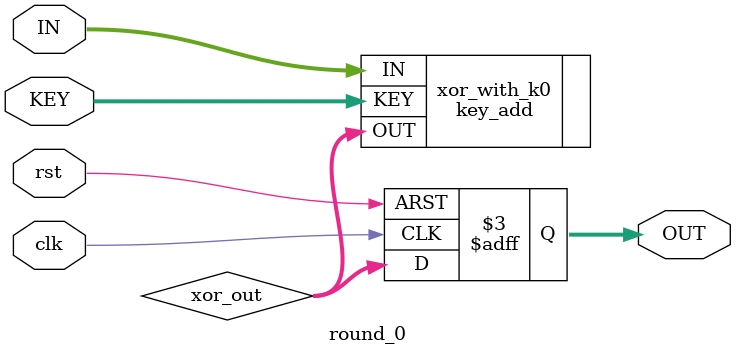
<source format=v>
module round_0 #(parameter BLOCK_LENGTH = 128)
(
    input                         clk,
    input                         rst,  
    input      [128-1:0] IN,
    input      [128-1:0] KEY,
    output reg [128-1:0] OUT
);

wire [127:0] xor_out;

key_add xor_with_k0 (.IN(IN), .KEY(KEY), .OUT(xor_out)); // first step

always@(posedge clk or negedge rst)
begin

    if(!rst)
    begin
        OUT <= 128'b0;
    end

    else
    begin
        OUT <= xor_out;
    end
    
end





endmodule
</source>
